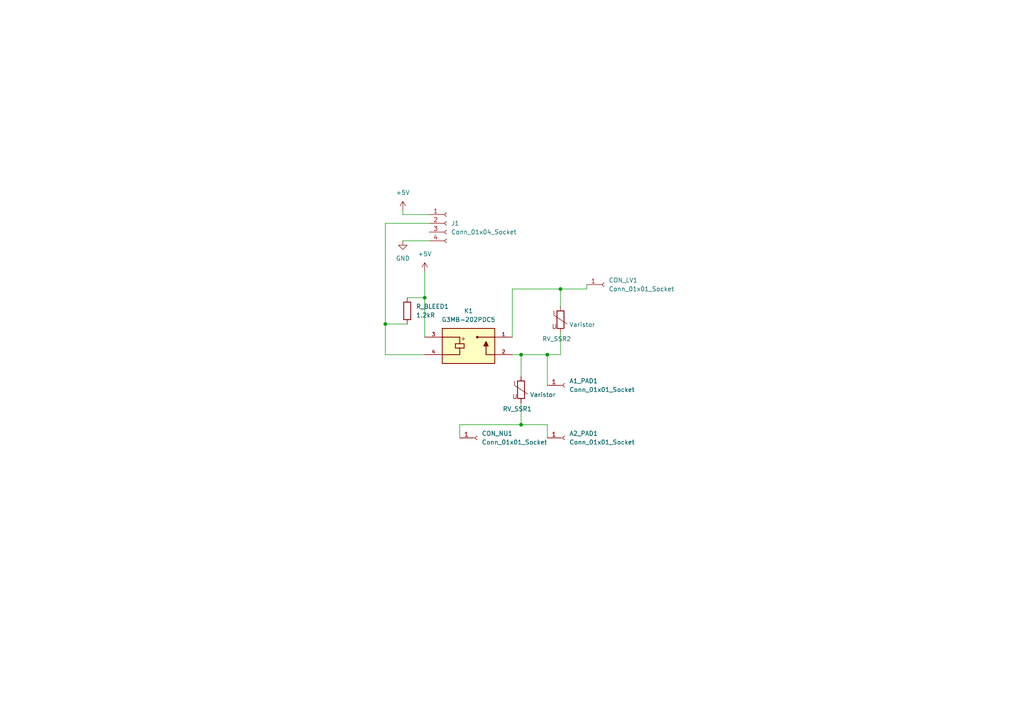
<source format=kicad_sch>
(kicad_sch (version 20231120) (generator "eeschema") (generator_version "8.0")
  (paper "A4")
  (lib_symbols
    (symbol "Connector:Conn_01x01_Socket" (pin_names (offset 1.016) hide)
      (property "Reference" "J" (at 0 2.54 0))
      (property "Value" "Conn_01x01_Socket" (at 0 -2.54 0))
      (symbol "Conn_01x01_Socket_1_1"
        (polyline (pts (xy -1.27 0) (xy -0.508 0)) (stroke (width 0.1524)))
        (arc (start 0 0.508) (mid -0.5058 0) (end 0 -0.508) (stroke (width 0.1524)))
        (pin passive line (at -5.08 0 0) (length 3.81) (name "Pin_1") (number "1"))
      )
    )
    (symbol "Connector:Conn_01x04_Socket" (pin_names (offset 1.016) hide)
      (property "Reference" "J" (at 0 5.08 0))
      (property "Value" "Conn_01x04_Socket" (at 0 -7.62 0))
      (symbol "Conn_01x04_Socket_1_1"
        (arc (start 0 -4.572) (mid -0.5058 -5.08) (end 0 -5.588) (stroke (width 0.1524)))
        (arc (start 0 -2.032) (mid -0.5058 -2.54) (end 0 -3.048) (stroke (width 0.1524)))
        (polyline (pts (xy -1.27 -5.08) (xy -0.508 -5.08)) (stroke (width 0.1524)))
        (polyline (pts (xy -1.27 -2.54) (xy -0.508 -2.54)) (stroke (width 0.1524)))
        (polyline (pts (xy -1.27 0) (xy -0.508 0)) (stroke (width 0.1524)))
        (polyline (pts (xy -1.27 2.54) (xy -0.508 2.54)) (stroke (width 0.1524)))
        (arc (start 0 0.508) (mid -0.5058 0) (end 0 -0.508) (stroke (width 0.1524)))
        (arc (start 0 3.048) (mid -0.5058 2.54) (end 0 2.032) (stroke (width 0.1524)))
        (pin passive line (at -5.08 2.54 0) (length 3.81) (name "Pin_1") (number "1"))
        (pin passive line (at -5.08 0 0) (length 3.81) (name "Pin_2") (number "2"))
        (pin passive line (at -5.08 -2.54 0) (length 3.81) (name "Pin_3") (number "3"))
        (pin passive line (at -5.08 -5.08 0) (length 3.81) (name "Pin_4") (number "4"))
      )
    )
    (symbol "Device:R" (pin_numbers hide) (pin_names (offset 0))
      (property "Reference" "R" (at 2.032 0 90))
      (property "Value" "R" (at 0 0 90))
      (symbol "R_0_1"
        (rectangle (start -1.016 -2.54) (end 1.016 2.54) (stroke (width 0.254)))
      )
      (symbol "R_1_1"
        (pin passive line (at 0 3.81 270) (length 1.27) (name "~") (number "1"))
        (pin passive line (at 0 -3.81 90) (length 1.27) (name "~") (number "2"))
      )
    )
    (symbol "Device:Varistor" (pin_numbers hide) (pin_names (offset 0))
      (property "Reference" "RV" (at 3.175 0 90))
      (property "Value" "Varistor" (at -3.175 0 90))
      (symbol "Varistor_0_0"
        (text "U" (at -1.778 -2.032 0) (effects (font (size 1.27 1.27))))
      )
      (symbol "Varistor_0_1"
        (rectangle (start -1.016 -2.54) (end 1.016 2.54) (stroke (width 0.254)))
        (polyline (pts (xy -1.905 2.54) (xy -1.905 1.27) (xy 1.905 -1.27)))
      )
      (symbol "Varistor_1_1"
        (pin passive line (at 0 3.81 270) (length 1.27) (name "~") (number "1"))
        (pin passive line (at 0 -3.81 90) (length 1.27) (name "~") (number "2"))
      )
    )
    (symbol "Omron G3MB-202P:G3MB-202PDC5" (pin_names (offset 1.016))
      (property "Reference" "K" (at -7.62 6.35 0))
      (property "Value" "G3MB-202PDC5" (at -7.62 -6.35 0))
      (symbol "G3MB-202PDC5_0_0"
        (rectangle (start -7.62 -5.08) (end 7.62 5.08) (stroke (width 0.254)) (fill (type background)))
        (polyline (pts (xy -7.62 -2.54) (xy -2.54 -2.54)) (stroke (width 0.254)))
        (polyline (pts (xy -7.62 2.54) (xy -2.54 2.54)) (stroke (width 0.254)))
        (polyline (pts (xy -3.81 -0.635) (xy -3.81 0.635)) (stroke (width 0.254)))
        (polyline (pts (xy -3.81 0.635) (xy -2.54 0.635)) (stroke (width 0.254)))
        (polyline (pts (xy -2.54 -0.635) (xy -3.81 -0.635)) (stroke (width 0.254)))
        (polyline (pts (xy -2.54 -0.635) (xy -2.54 -2.54)) (stroke (width 0.254)))
        (polyline (pts (xy -2.54 0.635) (xy -1.27 0.635)) (stroke (width 0.254)))
        (polyline (pts (xy -2.54 2.54) (xy -2.54 0.635)) (stroke (width 0.254)))
        (polyline (pts (xy -2.032 2.032) (xy -1.016 2.032)) (stroke (width 0.127)))
        (polyline (pts (xy -1.524 2.54) (xy -1.524 1.524)) (stroke (width 0.127)))
        (polyline (pts (xy -1.27 -0.635) (xy -2.54 -0.635)) (stroke (width 0.254)))
        (polyline (pts (xy -1.27 0.635) (xy -1.27 -0.635)) (stroke (width 0.254)))
        (polyline (pts (xy 5.08 -2.54) (xy 5.08 0)) (stroke (width 0.254)))
        (polyline (pts (xy 7.62 -2.54) (xy 5.08 -2.54)) (stroke (width 0.254)))
        (polyline (pts (xy 7.62 2.54) (xy 2.54 2.54)) (stroke (width 0.254)))
        (polyline (pts (xy 4.445 0) (xy 5.715 0) (xy 5.08 1.27) (xy 4.445 0)) (stroke (width 0.254)) (fill (type outline)))
        (circle (center 2.54 2.54) (radius 0.254) (stroke (width 0.254)))
        (pin passive line (at 12.7 2.54 180) (length 5.08) (name "~") (number "1"))
        (pin passive line (at 12.7 -2.54 180) (length 5.08) (name "~") (number "2"))
        (pin passive line (at -12.7 2.54 0) (length 5.08) (name "~") (number "3"))
        (pin passive line (at -12.7 -2.54 0) (length 5.08) (name "~") (number "4"))
      )
    )
    (symbol "power:+5V" (power) (pin_numbers hide) (pin_names (offset 0) hide)
      (property "Value" "+5V" (at 0 3.556 0))
      (symbol "+5V_0_1"
        (polyline (pts (xy -0.762 1.27) (xy 0 2.54)))
        (polyline (pts (xy 0 0) (xy 0 2.54)))
        (polyline (pts (xy 0 2.54) (xy 0.762 1.27)))
      )
      (symbol "+5V_1_1"
        (pin power_in line (at 0 0 90) (length 0) (name "~") (number "1"))
      )
    )
    (symbol "power:GND" (power) (pin_numbers hide) (pin_names (offset 0) hide)
      (property "Value" "GND" (at 0 -3.81 0))
      (symbol "GND_0_1"
        (polyline (pts (xy 0 0) (xy 0 -1.27) (xy 1.27 -1.27) (xy 0 -2.54) (xy -1.27 -1.27) (xy 0 -1.27)))
      )
      (symbol "GND_1_1"
        (pin power_in line (at 0 0 270) (length 0) (name "~") (number "1"))
      )
    )
  )
  (junction (at 151.13 102.87))
  (junction (at 162.56 83.82))
  (junction (at 151.13 123.19))
  (junction (at 111.76 93.98))
  (junction (at 158.75 102.87))
  (junction (at 123.19 86.36))
  (wire (pts (xy 170.18 83.82) (xy 170.18 82.55)))
  (wire (pts (xy 162.56 83.82) (xy 162.56 88.9)))
  (wire (pts (xy 148.59 83.82) (xy 162.56 83.82)))
  (wire (pts (xy 123.19 78.74) (xy 123.19 86.36)))
  (wire (pts (xy 111.76 102.87) (xy 111.76 93.98)))
  (wire (pts (xy 118.11 86.36) (xy 123.19 86.36)))
  (wire (pts (xy 133.35 127) (xy 133.35 123.19)))
  (wire (pts (xy 111.76 64.77) (xy 124.46 64.77)))
  (wire (pts (xy 124.46 62.23) (xy 116.84 62.23)))
  (wire (pts (xy 148.59 97.79) (xy 148.59 83.82)))
  (wire (pts (xy 123.19 102.87) (xy 111.76 102.87)))
  (wire (pts (xy 123.19 86.36) (xy 123.19 97.79)))
  (wire (pts (xy 133.35 123.19) (xy 151.13 123.19)))
  (wire (pts (xy 158.75 102.87) (xy 158.75 111.76)))
  (wire (pts (xy 151.13 123.19) (xy 158.75 123.19)))
  (wire (pts (xy 151.13 116.84) (xy 151.13 123.19)))
  (wire (pts (xy 162.56 83.82) (xy 170.18 83.82)))
  (wire (pts (xy 111.76 93.98) (xy 111.76 64.77)))
  (wire (pts (xy 116.84 62.23) (xy 116.84 60.96)))
  (wire (pts (xy 162.56 96.52) (xy 162.56 102.87)))
  (wire (pts (xy 116.84 69.85) (xy 124.46 69.85)))
  (wire (pts (xy 148.59 102.87) (xy 151.13 102.87)))
  (wire (pts (xy 162.56 102.87) (xy 158.75 102.87)))
  (wire (pts (xy 151.13 102.87) (xy 151.13 109.22)))
  (wire (pts (xy 111.76 93.98) (xy 118.11 93.98)))
  (wire (pts (xy 151.13 102.87) (xy 158.75 102.87)))
  (wire (pts (xy 158.75 123.19) (xy 158.75 127)))
  (symbol (lib_id "power:GND") (at 116.84 69.85 0) (unit 1)
    (property "Reference" "#PWR02" (effects (hide yes)))
    (property "Value" "GND" (at 116.84 74.93 0))
    (property "Description" "Power symbol creates a global label with name \"GND\" , ground" (effects (hide yes)))
  )
  (symbol (lib_id "Device:Varistor") (at 162.56 92.71 0) (unit 1)
    (property "Reference" "RV_SSR2" (at 157.226 98.298 0) (effects (justify left)))
    (property "Value" "Varistor" (at 165.1 94.1732 0) (effects (justify left)))
    (property "Footprint" "Varistor:RV_Disc_D12mm_W3.9mm_P7.5mm" (effects (hide yes)))
    (property "Description" "Voltage dependent resistor" (effects (hide yes)))
  )
  (symbol (lib_id "Connector:Conn_01x01_Socket") (at 163.83 111.76 0) (unit 1)
    (property "Reference" "A1_PAD1" (at 165.1 110.4899 0) (effects (justify left)))
    (property "Value" "Conn_01x01_Socket" (at 165.1 113.0299 0) (effects (justify left)))
    (property "Footprint" "Connector_Wire:SolderWire-2.5sqmm_1x01_D2.4mm_OD3.6mm" (effects (hide yes)))
    (property "Description" "Generic connector, single row, 01x01, script generated" (effects (hide yes)))
  )
  (symbol (lib_id "power:+5V") (at 123.19 78.74 0) (unit 1)
    (property "Reference" "#PWR03" (effects (hide yes)))
    (property "Value" "+5V" (at 123.19 73.66 0))
    (property "Description" "Power symbol creates a global label with name \"+5V\"" (effects (hide yes)))
  )
  (symbol (lib_id "Connector:Conn_01x01_Socket") (at 138.43 127 0) (unit 1)
    (property "Reference" "CON_NU1" (at 139.7 125.7299 0) (effects (justify left)))
    (property "Value" "Conn_01x01_Socket" (at 139.7 128.2699 0) (effects (justify left)))
    (property "Footprint" "Connector_Wire:SolderWire-2.5sqmm_1x01_D2.4mm_OD3.6mm" (effects (hide yes)))
    (property "Description" "Generic connector, single row, 01x01, script generated" (effects (hide yes)))
  )
  (symbol (lib_id "Connector:Conn_01x01_Socket") (at 163.83 127 0) (unit 1)
    (property "Reference" "A2_PAD1" (at 165.1 125.7299 0) (effects (justify left)))
    (property "Value" "Conn_01x01_Socket" (at 165.1 128.2699 0) (effects (justify left)))
    (property "Footprint" "Connector_Wire:SolderWire-2.5sqmm_1x01_D2.4mm_OD3.6mm" (effects (hide yes)))
    (property "Description" "Generic connector, single row, 01x01, script generated" (effects (hide yes)))
  )
  (symbol (lib_id "Device:Varistor") (at 151.13 113.03 0) (unit 1)
    (property "Reference" "RV_SSR1" (at 145.796 118.618 0) (effects (justify left)))
    (property "Value" "Varistor" (at 153.67 114.4932 0) (effects (justify left)))
    (property "Footprint" "Varistor:RV_Disc_D12mm_W3.9mm_P7.5mm" (effects (hide yes)))
    (property "Description" "Voltage dependent resistor" (effects (hide yes)))
  )
  (symbol (lib_id "Device:R") (at 118.11 90.17 0) (unit 1)
    (property "Reference" "R_BLEED1" (at 120.65 88.8999 0) (effects (justify left)))
    (property "Value" "1.2kR" (at 120.65 91.4399 0) (effects (justify left)))
    (property "Footprint" "Resistor_THT:R_Axial_DIN0207_L6.3mm_D2.5mm_P10.16mm_Horizontal" (effects (hide yes)))
    (property "Description" "Resistor" (effects (hide yes)))
  )
  (symbol (lib_id "power:+5V") (at 116.84 60.96 0) (unit 1)
    (property "Reference" "#PWR01" (effects (hide yes)))
    (property "Value" "+5V" (at 116.84 55.88 0))
    (property "Description" "Power symbol creates a global label with name \"+5V\"" (effects (hide yes)))
  )
  (symbol (lib_id "Connector:Conn_01x01_Socket") (at 175.26 82.55 0) (unit 1)
    (property "Reference" "CON_LV1" (at 176.53 81.2799 0) (effects (justify left)))
    (property "Value" "Conn_01x01_Socket" (at 176.53 83.8199 0) (effects (justify left)))
    (property "Footprint" "Connector_Wire:SolderWire-2.5sqmm_1x01_D2.4mm_OD3.6mm" (effects (hide yes)))
    (property "Description" "Generic connector, single row, 01x01, script generated" (effects (hide yes)))
  )
  (symbol (lib_id "Connector:Conn_01x04_Socket") (at 129.54 64.77 0) (unit 1)
    (property "Reference" "J1" (at 130.81 64.7699 0) (effects (justify left)))
    (property "Value" "Conn_01x04_Socket" (at 130.81 67.3099 0) (effects (justify left)))
    (property "Footprint" "Connector_PinHeader_2.54mm:PinHeader_1x04_P2.54mm_Vertical" (effects (hide yes)))
    (property "Description" "Generic connector, single row, 01x04, script generated" (effects (hide yes)))
  )
  (symbol (lib_id "Omron G3MB-202P:G3MB-202PDC5") (at 135.89 100.33 0) (unit 1)
    (property "Reference" "K1" (at 135.89 90.17 0))
    (property "Value" "G3MB-202PDC5" (at 135.89 92.71 0))
    (property "Footprint" "G3MB_202P_DC5:RELAY_G3MB-202PDC5" (effects (hide yes)))
    (property "PARTREV" "J091-E1-1A" (effects (hide yes)))
    (property "STANDARD" "Manufacturer Recommendations" (effects (hide yes)))
    (property "MAXIMUM_PACKAGE_HEIGHT" "20.5mm" (effects (hide yes)))
    (property "MANUFACTURER" "OMRON" (effects (hide yes)))
  )
)
</source>
